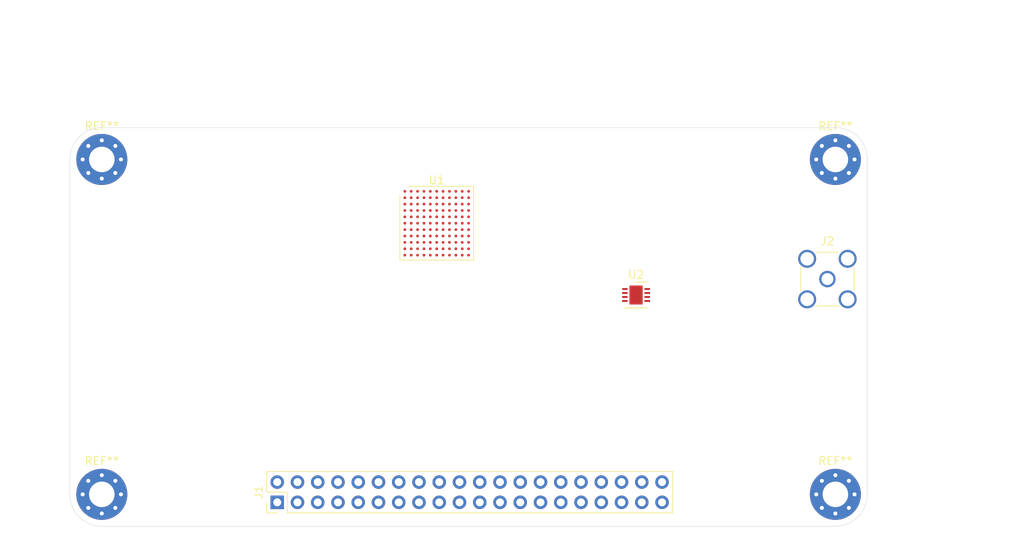
<source format=kicad_pcb>
(kicad_pcb (version 20171130) (host pcbnew 5.1.9+dfsg1-1)

  (general
    (thickness 1.6)
    (drawings 10)
    (tracks 0)
    (zones 0)
    (modules 8)
    (nets 160)
  )

  (page A4)
  (layers
    (0 F.Cu signal)
    (31 B.Cu signal)
    (32 B.Adhes user)
    (33 F.Adhes user)
    (34 B.Paste user)
    (35 F.Paste user)
    (36 B.SilkS user)
    (37 F.SilkS user)
    (38 B.Mask user)
    (39 F.Mask user)
    (40 Dwgs.User user)
    (41 Cmts.User user)
    (42 Eco1.User user)
    (43 Eco2.User user)
    (44 Edge.Cuts user)
    (45 Margin user)
    (46 B.CrtYd user)
    (47 F.CrtYd user)
    (48 B.Fab user)
    (49 F.Fab user)
  )

  (setup
    (last_trace_width 0.25)
    (trace_clearance 0.2)
    (zone_clearance 0.508)
    (zone_45_only no)
    (trace_min 0.2)
    (via_size 0.8)
    (via_drill 0.4)
    (via_min_size 0.4)
    (via_min_drill 0.3)
    (uvia_size 0.3)
    (uvia_drill 0.1)
    (uvias_allowed no)
    (uvia_min_size 0.2)
    (uvia_min_drill 0.1)
    (edge_width 0.05)
    (segment_width 0.2)
    (pcb_text_width 0.3)
    (pcb_text_size 1.5 1.5)
    (mod_edge_width 0.12)
    (mod_text_size 1 1)
    (mod_text_width 0.15)
    (pad_size 1.524 1.524)
    (pad_drill 0.762)
    (pad_to_mask_clearance 0)
    (aux_axis_origin 0 0)
    (visible_elements FFFFFF7F)
    (pcbplotparams
      (layerselection 0x010fc_ffffffff)
      (usegerberextensions false)
      (usegerberattributes true)
      (usegerberadvancedattributes true)
      (creategerberjobfile true)
      (excludeedgelayer true)
      (linewidth 0.100000)
      (plotframeref false)
      (viasonmask false)
      (mode 1)
      (useauxorigin false)
      (hpglpennumber 1)
      (hpglpenspeed 20)
      (hpglpendiameter 15.000000)
      (psnegative false)
      (psa4output false)
      (plotreference true)
      (plotvalue true)
      (plotinvisibletext false)
      (padsonsilk false)
      (subtractmaskfromsilk false)
      (outputformat 1)
      (mirror false)
      (drillshape 1)
      (scaleselection 1)
      (outputdirectory ""))
  )

  (net 0 "")
  (net 1 "Net-(J1-Pad40)")
  (net 2 "Net-(J1-Pad39)")
  (net 3 "Net-(J1-Pad38)")
  (net 4 "Net-(J1-Pad37)")
  (net 5 "Net-(J1-Pad36)")
  (net 6 "Net-(J1-Pad35)")
  (net 7 "Net-(J1-Pad34)")
  (net 8 "Net-(J1-Pad33)")
  (net 9 "Net-(J1-Pad32)")
  (net 10 "Net-(J1-Pad31)")
  (net 11 "Net-(J1-Pad30)")
  (net 12 "Net-(J1-Pad29)")
  (net 13 "Net-(J1-Pad28)")
  (net 14 "Net-(J1-Pad27)")
  (net 15 "Net-(J1-Pad26)")
  (net 16 "Net-(J1-Pad25)")
  (net 17 "Net-(J1-Pad24)")
  (net 18 "Net-(J1-Pad23)")
  (net 19 "Net-(J1-Pad22)")
  (net 20 "Net-(J1-Pad21)")
  (net 21 "Net-(J1-Pad20)")
  (net 22 "Net-(J1-Pad19)")
  (net 23 "Net-(J1-Pad18)")
  (net 24 "Net-(J1-Pad17)")
  (net 25 "Net-(J1-Pad16)")
  (net 26 "Net-(J1-Pad15)")
  (net 27 "Net-(J1-Pad14)")
  (net 28 "Net-(J1-Pad13)")
  (net 29 "Net-(J1-Pad12)")
  (net 30 "Net-(J1-Pad11)")
  (net 31 "Net-(J1-Pad10)")
  (net 32 "Net-(J1-Pad9)")
  (net 33 "Net-(J1-Pad8)")
  (net 34 "Net-(J1-Pad7)")
  (net 35 "Net-(J1-Pad6)")
  (net 36 "Net-(J1-Pad5)")
  (net 37 "Net-(J1-Pad4)")
  (net 38 "Net-(J1-Pad3)")
  (net 39 "Net-(J1-Pad2)")
  (net 40 "Net-(J1-Pad1)")
  (net 41 "Net-(J2-Pad2)")
  (net 42 "Net-(J2-Pad1)")
  (net 43 "Net-(U1-PadL11)")
  (net 44 "Net-(U1-PadK11)")
  (net 45 "Net-(U1-PadJ11)")
  (net 46 "Net-(U1-PadH11)")
  (net 47 "Net-(U1-PadG11)")
  (net 48 "Net-(U1-PadF11)")
  (net 49 "Net-(U1-PadE11)")
  (net 50 "Net-(U1-PadD11)")
  (net 51 "Net-(U1-PadC11)")
  (net 52 "Net-(U1-PadB11)")
  (net 53 "Net-(U1-PadA11)")
  (net 54 "Net-(U1-PadL10)")
  (net 55 "Net-(U1-PadK10)")
  (net 56 "Net-(U1-PadJ10)")
  (net 57 "Net-(U1-PadH10)")
  (net 58 "Net-(U1-PadG10)")
  (net 59 "Net-(U1-PadF10)")
  (net 60 "Net-(U1-PadE10)")
  (net 61 "Net-(U1-PadD10)")
  (net 62 "Net-(U1-PadC10)")
  (net 63 "Net-(U1-PadB10)")
  (net 64 "Net-(U1-PadA10)")
  (net 65 "Net-(U1-PadL9)")
  (net 66 "Net-(U1-PadK9)")
  (net 67 "Net-(U1-PadJ9)")
  (net 68 "Net-(U1-PadH9)")
  (net 69 "Net-(U1-PadG9)")
  (net 70 "Net-(U1-PadF9)")
  (net 71 "Net-(U1-PadE9)")
  (net 72 "Net-(U1-PadD9)")
  (net 73 "Net-(U1-PadC9)")
  (net 74 "Net-(U1-PadB9)")
  (net 75 "Net-(U1-PadA9)")
  (net 76 "Net-(U1-PadL8)")
  (net 77 "Net-(U1-PadK8)")
  (net 78 "Net-(U1-PadJ8)")
  (net 79 "Net-(U1-PadD4)")
  (net 80 "Net-(U1-PadG8)")
  (net 81 "Net-(U1-PadF8)")
  (net 82 "Net-(U1-PadE8)")
  (net 83 "Net-(U1-PadC8)")
  (net 84 "Net-(U1-PadB8)")
  (net 85 "Net-(U1-PadA8)")
  (net 86 "Net-(U1-PadL7)")
  (net 87 "Net-(U1-PadK7)")
  (net 88 "Net-(U1-PadJ7)")
  (net 89 "Net-(U1-PadH7)")
  (net 90 "Net-(U1-PadE5)")
  (net 91 "Net-(U1-PadD7)")
  (net 92 "Net-(U1-PadC7)")
  (net 93 "Net-(U1-PadB7)")
  (net 94 "Net-(U1-PadA7)")
  (net 95 "Net-(U1-PadL6)")
  (net 96 "Net-(U1-PadK6)")
  (net 97 "Net-(U1-PadJ6)")
  (net 98 "Net-(U1-PadH6)")
  (net 99 "Net-(U1-PadD6)")
  (net 100 "Net-(U1-PadC6)")
  (net 101 "Net-(U1-PadB6)")
  (net 102 "Net-(U1-PadA6)")
  (net 103 "Net-(U1-PadL5)")
  (net 104 "Net-(U1-PadK5)")
  (net 105 "Net-(U1-PadJ5)")
  (net 106 "Net-(U1-PadD5)")
  (net 107 "Net-(U1-PadC5)")
  (net 108 "Net-(U1-PadB5)")
  (net 109 "Net-(U1-PadA5)")
  (net 110 "Net-(U1-PadL4)")
  (net 111 "Net-(U1-PadK4)")
  (net 112 "Net-(U1-PadJ4)")
  (net 113 "Net-(U1-PadE4)")
  (net 114 "Net-(U1-PadF4)")
  (net 115 "Net-(U1-PadC4)")
  (net 116 "Net-(U1-PadB4)")
  (net 117 "Net-(U1-PadA4)")
  (net 118 "Net-(U1-PadL3)")
  (net 119 "Net-(U1-PadK3)")
  (net 120 "Net-(U1-PadJ3)")
  (net 121 "Net-(U1-PadH3)")
  (net 122 "Net-(U1-PadG3)")
  (net 123 "Net-(U1-PadF3)")
  (net 124 "Net-(U1-PadE3)")
  (net 125 "Net-(U1-PadD3)")
  (net 126 "Net-(U1-PadC3)")
  (net 127 "Net-(U1-PadB3)")
  (net 128 "Net-(U1-PadA3)")
  (net 129 "Net-(U1-PadL2)")
  (net 130 "Net-(U1-PadK2)")
  (net 131 "Net-(U1-PadJ2)")
  (net 132 "Net-(U1-PadH2)")
  (net 133 "Net-(U1-PadG2)")
  (net 134 "Net-(U1-PadF2)")
  (net 135 "Net-(U1-PadE2)")
  (net 136 "Net-(U1-PadD2)")
  (net 137 "Net-(U1-PadC2)")
  (net 138 "Net-(U1-PadB2)")
  (net 139 "Net-(U1-PadA2)")
  (net 140 "Net-(U1-PadL1)")
  (net 141 "Net-(U1-PadK1)")
  (net 142 "Net-(U1-PadJ1)")
  (net 143 "Net-(U1-PadH1)")
  (net 144 "Net-(U1-PadG1)")
  (net 145 "Net-(U1-PadF1)")
  (net 146 "Net-(U1-PadE1)")
  (net 147 "Net-(U1-PadD1)")
  (net 148 "Net-(U1-PadC1)")
  (net 149 "Net-(U1-PadB1)")
  (net 150 "Net-(U1-PadA1)")
  (net 151 "Net-(U2-Pad9)")
  (net 152 "Net-(U2-Pad8)")
  (net 153 "Net-(U2-Pad7)")
  (net 154 "Net-(U2-Pad6)")
  (net 155 "Net-(U2-Pad5)")
  (net 156 "Net-(U2-Pad4)")
  (net 157 "Net-(U2-Pad3)")
  (net 158 "Net-(U2-Pad2)")
  (net 159 "Net-(U2-Pad1)")

  (net_class Default "This is the default net class."
    (clearance 0.2)
    (trace_width 0.25)
    (via_dia 0.8)
    (via_drill 0.4)
    (uvia_dia 0.3)
    (uvia_drill 0.1)
    (add_net "Net-(J1-Pad1)")
    (add_net "Net-(J1-Pad10)")
    (add_net "Net-(J1-Pad11)")
    (add_net "Net-(J1-Pad12)")
    (add_net "Net-(J1-Pad13)")
    (add_net "Net-(J1-Pad14)")
    (add_net "Net-(J1-Pad15)")
    (add_net "Net-(J1-Pad16)")
    (add_net "Net-(J1-Pad17)")
    (add_net "Net-(J1-Pad18)")
    (add_net "Net-(J1-Pad19)")
    (add_net "Net-(J1-Pad2)")
    (add_net "Net-(J1-Pad20)")
    (add_net "Net-(J1-Pad21)")
    (add_net "Net-(J1-Pad22)")
    (add_net "Net-(J1-Pad23)")
    (add_net "Net-(J1-Pad24)")
    (add_net "Net-(J1-Pad25)")
    (add_net "Net-(J1-Pad26)")
    (add_net "Net-(J1-Pad27)")
    (add_net "Net-(J1-Pad28)")
    (add_net "Net-(J1-Pad29)")
    (add_net "Net-(J1-Pad3)")
    (add_net "Net-(J1-Pad30)")
    (add_net "Net-(J1-Pad31)")
    (add_net "Net-(J1-Pad32)")
    (add_net "Net-(J1-Pad33)")
    (add_net "Net-(J1-Pad34)")
    (add_net "Net-(J1-Pad35)")
    (add_net "Net-(J1-Pad36)")
    (add_net "Net-(J1-Pad37)")
    (add_net "Net-(J1-Pad38)")
    (add_net "Net-(J1-Pad39)")
    (add_net "Net-(J1-Pad4)")
    (add_net "Net-(J1-Pad40)")
    (add_net "Net-(J1-Pad5)")
    (add_net "Net-(J1-Pad6)")
    (add_net "Net-(J1-Pad7)")
    (add_net "Net-(J1-Pad8)")
    (add_net "Net-(J1-Pad9)")
    (add_net "Net-(J2-Pad1)")
    (add_net "Net-(J2-Pad2)")
    (add_net "Net-(U1-PadA1)")
    (add_net "Net-(U1-PadA10)")
    (add_net "Net-(U1-PadA11)")
    (add_net "Net-(U1-PadA2)")
    (add_net "Net-(U1-PadA3)")
    (add_net "Net-(U1-PadA4)")
    (add_net "Net-(U1-PadA5)")
    (add_net "Net-(U1-PadA6)")
    (add_net "Net-(U1-PadA7)")
    (add_net "Net-(U1-PadA8)")
    (add_net "Net-(U1-PadA9)")
    (add_net "Net-(U1-PadB1)")
    (add_net "Net-(U1-PadB10)")
    (add_net "Net-(U1-PadB11)")
    (add_net "Net-(U1-PadB2)")
    (add_net "Net-(U1-PadB3)")
    (add_net "Net-(U1-PadB4)")
    (add_net "Net-(U1-PadB5)")
    (add_net "Net-(U1-PadB6)")
    (add_net "Net-(U1-PadB7)")
    (add_net "Net-(U1-PadB8)")
    (add_net "Net-(U1-PadB9)")
    (add_net "Net-(U1-PadC1)")
    (add_net "Net-(U1-PadC10)")
    (add_net "Net-(U1-PadC11)")
    (add_net "Net-(U1-PadC2)")
    (add_net "Net-(U1-PadC3)")
    (add_net "Net-(U1-PadC4)")
    (add_net "Net-(U1-PadC5)")
    (add_net "Net-(U1-PadC6)")
    (add_net "Net-(U1-PadC7)")
    (add_net "Net-(U1-PadC8)")
    (add_net "Net-(U1-PadC9)")
    (add_net "Net-(U1-PadD1)")
    (add_net "Net-(U1-PadD10)")
    (add_net "Net-(U1-PadD11)")
    (add_net "Net-(U1-PadD2)")
    (add_net "Net-(U1-PadD3)")
    (add_net "Net-(U1-PadD4)")
    (add_net "Net-(U1-PadD5)")
    (add_net "Net-(U1-PadD6)")
    (add_net "Net-(U1-PadD7)")
    (add_net "Net-(U1-PadD9)")
    (add_net "Net-(U1-PadE1)")
    (add_net "Net-(U1-PadE10)")
    (add_net "Net-(U1-PadE11)")
    (add_net "Net-(U1-PadE2)")
    (add_net "Net-(U1-PadE3)")
    (add_net "Net-(U1-PadE4)")
    (add_net "Net-(U1-PadE5)")
    (add_net "Net-(U1-PadE8)")
    (add_net "Net-(U1-PadE9)")
    (add_net "Net-(U1-PadF1)")
    (add_net "Net-(U1-PadF10)")
    (add_net "Net-(U1-PadF11)")
    (add_net "Net-(U1-PadF2)")
    (add_net "Net-(U1-PadF3)")
    (add_net "Net-(U1-PadF4)")
    (add_net "Net-(U1-PadF8)")
    (add_net "Net-(U1-PadF9)")
    (add_net "Net-(U1-PadG1)")
    (add_net "Net-(U1-PadG10)")
    (add_net "Net-(U1-PadG11)")
    (add_net "Net-(U1-PadG2)")
    (add_net "Net-(U1-PadG3)")
    (add_net "Net-(U1-PadG8)")
    (add_net "Net-(U1-PadG9)")
    (add_net "Net-(U1-PadH1)")
    (add_net "Net-(U1-PadH10)")
    (add_net "Net-(U1-PadH11)")
    (add_net "Net-(U1-PadH2)")
    (add_net "Net-(U1-PadH3)")
    (add_net "Net-(U1-PadH6)")
    (add_net "Net-(U1-PadH7)")
    (add_net "Net-(U1-PadH9)")
    (add_net "Net-(U1-PadJ1)")
    (add_net "Net-(U1-PadJ10)")
    (add_net "Net-(U1-PadJ11)")
    (add_net "Net-(U1-PadJ2)")
    (add_net "Net-(U1-PadJ3)")
    (add_net "Net-(U1-PadJ4)")
    (add_net "Net-(U1-PadJ5)")
    (add_net "Net-(U1-PadJ6)")
    (add_net "Net-(U1-PadJ7)")
    (add_net "Net-(U1-PadJ8)")
    (add_net "Net-(U1-PadJ9)")
    (add_net "Net-(U1-PadK1)")
    (add_net "Net-(U1-PadK10)")
    (add_net "Net-(U1-PadK11)")
    (add_net "Net-(U1-PadK2)")
    (add_net "Net-(U1-PadK3)")
    (add_net "Net-(U1-PadK4)")
    (add_net "Net-(U1-PadK5)")
    (add_net "Net-(U1-PadK6)")
    (add_net "Net-(U1-PadK7)")
    (add_net "Net-(U1-PadK8)")
    (add_net "Net-(U1-PadK9)")
    (add_net "Net-(U1-PadL1)")
    (add_net "Net-(U1-PadL10)")
    (add_net "Net-(U1-PadL11)")
    (add_net "Net-(U1-PadL2)")
    (add_net "Net-(U1-PadL3)")
    (add_net "Net-(U1-PadL4)")
    (add_net "Net-(U1-PadL5)")
    (add_net "Net-(U1-PadL6)")
    (add_net "Net-(U1-PadL7)")
    (add_net "Net-(U1-PadL8)")
    (add_net "Net-(U1-PadL9)")
    (add_net "Net-(U2-Pad1)")
    (add_net "Net-(U2-Pad2)")
    (add_net "Net-(U2-Pad3)")
    (add_net "Net-(U2-Pad4)")
    (add_net "Net-(U2-Pad5)")
    (add_net "Net-(U2-Pad6)")
    (add_net "Net-(U2-Pad7)")
    (add_net "Net-(U2-Pad8)")
    (add_net "Net-(U2-Pad9)")
  )

  (module MountingHole:MountingHole_3.2mm_M3_Pad_Via (layer F.Cu) (tedit 56DDBCCA) (tstamp 61027E47)
    (at 186 64)
    (descr "Mounting Hole 3.2mm, M3")
    (tags "mounting hole 3.2mm m3")
    (attr virtual)
    (fp_text reference REF** (at 0 -4.2) (layer F.SilkS)
      (effects (font (size 1 1) (thickness 0.15)))
    )
    (fp_text value MountingHole_3.2mm_M3_Pad_Via (at 0 4.2) (layer F.Fab)
      (effects (font (size 1 1) (thickness 0.15)))
    )
    (fp_circle (center 0 0) (end 3.2 0) (layer Cmts.User) (width 0.15))
    (fp_circle (center 0 0) (end 3.45 0) (layer F.CrtYd) (width 0.05))
    (fp_text user %R (at 0.3 0) (layer F.Fab)
      (effects (font (size 1 1) (thickness 0.15)))
    )
    (pad 1 thru_hole circle (at 0 0) (size 6.4 6.4) (drill 3.2) (layers *.Cu *.Mask))
    (pad 1 thru_hole circle (at 2.4 0) (size 0.8 0.8) (drill 0.5) (layers *.Cu *.Mask))
    (pad 1 thru_hole circle (at 1.697056 1.697056) (size 0.8 0.8) (drill 0.5) (layers *.Cu *.Mask))
    (pad 1 thru_hole circle (at 0 2.4) (size 0.8 0.8) (drill 0.5) (layers *.Cu *.Mask))
    (pad 1 thru_hole circle (at -1.697056 1.697056) (size 0.8 0.8) (drill 0.5) (layers *.Cu *.Mask))
    (pad 1 thru_hole circle (at -2.4 0) (size 0.8 0.8) (drill 0.5) (layers *.Cu *.Mask))
    (pad 1 thru_hole circle (at -1.697056 -1.697056) (size 0.8 0.8) (drill 0.5) (layers *.Cu *.Mask))
    (pad 1 thru_hole circle (at 0 -2.4) (size 0.8 0.8) (drill 0.5) (layers *.Cu *.Mask))
    (pad 1 thru_hole circle (at 1.697056 -1.697056) (size 0.8 0.8) (drill 0.5) (layers *.Cu *.Mask))
  )

  (module MountingHole:MountingHole_3.2mm_M3_Pad_Via (layer F.Cu) (tedit 56DDBCCA) (tstamp 61027DE7)
    (at 186 106)
    (descr "Mounting Hole 3.2mm, M3")
    (tags "mounting hole 3.2mm m3")
    (attr virtual)
    (fp_text reference REF** (at 0 -4.2) (layer F.SilkS)
      (effects (font (size 1 1) (thickness 0.15)))
    )
    (fp_text value MountingHole_3.2mm_M3_Pad_Via (at 0 4.2) (layer F.Fab)
      (effects (font (size 1 1) (thickness 0.15)))
    )
    (fp_circle (center 0 0) (end 3.2 0) (layer Cmts.User) (width 0.15))
    (fp_circle (center 0 0) (end 3.45 0) (layer F.CrtYd) (width 0.05))
    (fp_text user %R (at 0.3 0) (layer F.Fab)
      (effects (font (size 1 1) (thickness 0.15)))
    )
    (pad 1 thru_hole circle (at 0 0) (size 6.4 6.4) (drill 3.2) (layers *.Cu *.Mask))
    (pad 1 thru_hole circle (at 2.4 0) (size 0.8 0.8) (drill 0.5) (layers *.Cu *.Mask))
    (pad 1 thru_hole circle (at 1.697056 1.697056) (size 0.8 0.8) (drill 0.5) (layers *.Cu *.Mask))
    (pad 1 thru_hole circle (at 0 2.4) (size 0.8 0.8) (drill 0.5) (layers *.Cu *.Mask))
    (pad 1 thru_hole circle (at -1.697056 1.697056) (size 0.8 0.8) (drill 0.5) (layers *.Cu *.Mask))
    (pad 1 thru_hole circle (at -2.4 0) (size 0.8 0.8) (drill 0.5) (layers *.Cu *.Mask))
    (pad 1 thru_hole circle (at -1.697056 -1.697056) (size 0.8 0.8) (drill 0.5) (layers *.Cu *.Mask))
    (pad 1 thru_hole circle (at 0 -2.4) (size 0.8 0.8) (drill 0.5) (layers *.Cu *.Mask))
    (pad 1 thru_hole circle (at 1.697056 -1.697056) (size 0.8 0.8) (drill 0.5) (layers *.Cu *.Mask))
  )

  (module MountingHole:MountingHole_3.2mm_M3_Pad_Via (layer F.Cu) (tedit 56DDBCCA) (tstamp 61027DE7)
    (at 94 106)
    (descr "Mounting Hole 3.2mm, M3")
    (tags "mounting hole 3.2mm m3")
    (attr virtual)
    (fp_text reference REF** (at 0 -4.2) (layer F.SilkS)
      (effects (font (size 1 1) (thickness 0.15)))
    )
    (fp_text value MountingHole_3.2mm_M3_Pad_Via (at 0 4.2) (layer F.Fab)
      (effects (font (size 1 1) (thickness 0.15)))
    )
    (fp_circle (center 0 0) (end 3.2 0) (layer Cmts.User) (width 0.15))
    (fp_circle (center 0 0) (end 3.45 0) (layer F.CrtYd) (width 0.05))
    (fp_text user %R (at 0.3 0) (layer F.Fab)
      (effects (font (size 1 1) (thickness 0.15)))
    )
    (pad 1 thru_hole circle (at 0 0) (size 6.4 6.4) (drill 3.2) (layers *.Cu *.Mask))
    (pad 1 thru_hole circle (at 2.4 0) (size 0.8 0.8) (drill 0.5) (layers *.Cu *.Mask))
    (pad 1 thru_hole circle (at 1.697056 1.697056) (size 0.8 0.8) (drill 0.5) (layers *.Cu *.Mask))
    (pad 1 thru_hole circle (at 0 2.4) (size 0.8 0.8) (drill 0.5) (layers *.Cu *.Mask))
    (pad 1 thru_hole circle (at -1.697056 1.697056) (size 0.8 0.8) (drill 0.5) (layers *.Cu *.Mask))
    (pad 1 thru_hole circle (at -2.4 0) (size 0.8 0.8) (drill 0.5) (layers *.Cu *.Mask))
    (pad 1 thru_hole circle (at -1.697056 -1.697056) (size 0.8 0.8) (drill 0.5) (layers *.Cu *.Mask))
    (pad 1 thru_hole circle (at 0 -2.4) (size 0.8 0.8) (drill 0.5) (layers *.Cu *.Mask))
    (pad 1 thru_hole circle (at 1.697056 -1.697056) (size 0.8 0.8) (drill 0.5) (layers *.Cu *.Mask))
  )

  (module MountingHole:MountingHole_3.2mm_M3_Pad_Via (layer F.Cu) (tedit 56DDBCCA) (tstamp 61027DE6)
    (at 94 64)
    (descr "Mounting Hole 3.2mm, M3")
    (tags "mounting hole 3.2mm m3")
    (attr virtual)
    (fp_text reference REF** (at 0 -4.2) (layer F.SilkS)
      (effects (font (size 1 1) (thickness 0.15)))
    )
    (fp_text value MountingHole_3.2mm_M3_Pad_Via (at 0 4.2) (layer F.Fab)
      (effects (font (size 1 1) (thickness 0.15)))
    )
    (fp_text user %R (at 0.3 0) (layer F.Fab)
      (effects (font (size 1 1) (thickness 0.15)))
    )
    (fp_circle (center 0 0) (end 3.2 0) (layer Cmts.User) (width 0.15))
    (fp_circle (center 0 0) (end 3.45 0) (layer F.CrtYd) (width 0.05))
    (pad 1 thru_hole circle (at 1.697056 -1.697056) (size 0.8 0.8) (drill 0.5) (layers *.Cu *.Mask))
    (pad 1 thru_hole circle (at 0 -2.4) (size 0.8 0.8) (drill 0.5) (layers *.Cu *.Mask))
    (pad 1 thru_hole circle (at -1.697056 -1.697056) (size 0.8 0.8) (drill 0.5) (layers *.Cu *.Mask))
    (pad 1 thru_hole circle (at -2.4 0) (size 0.8 0.8) (drill 0.5) (layers *.Cu *.Mask))
    (pad 1 thru_hole circle (at -1.697056 1.697056) (size 0.8 0.8) (drill 0.5) (layers *.Cu *.Mask))
    (pad 1 thru_hole circle (at 0 2.4) (size 0.8 0.8) (drill 0.5) (layers *.Cu *.Mask))
    (pad 1 thru_hole circle (at 1.697056 1.697056) (size 0.8 0.8) (drill 0.5) (layers *.Cu *.Mask))
    (pad 1 thru_hole circle (at 2.4 0) (size 0.8 0.8) (drill 0.5) (layers *.Cu *.Mask))
    (pad 1 thru_hole circle (at 0 0) (size 6.4 6.4) (drill 3.2) (layers *.Cu *.Mask))
  )

  (module Package_DFN_QFN:DFN-8-1EP_3x3mm_P0.5mm_EP1.66x2.38mm (layer F.Cu) (tedit 5EA4BDD8) (tstamp 60C2789D)
    (at 161 81)
    (descr "DD Package; 8-Lead Plastic DFN (3mm x 3mm) (see Linear Technology DFN_8_05-08-1698.pdf)")
    (tags "DFN 0.5")
    (path /60D29E61)
    (attr smd)
    (fp_text reference U2 (at 0 -2.55) (layer F.SilkS)
      (effects (font (size 1 1) (thickness 0.15)))
    )
    (fp_text value LT3080xDD (at 0 2.55) (layer F.Fab)
      (effects (font (size 1 1) (thickness 0.15)))
    )
    (fp_line (start 0 -1.625) (end 1.5 -1.625) (layer F.SilkS) (width 0.15))
    (fp_line (start -1.5 1.625) (end 1.5 1.625) (layer F.SilkS) (width 0.15))
    (fp_line (start -2 1.8) (end 2 1.8) (layer F.CrtYd) (width 0.05))
    (fp_line (start -2 -1.8) (end 2 -1.8) (layer F.CrtYd) (width 0.05))
    (fp_line (start 2 -1.8) (end 2 1.8) (layer F.CrtYd) (width 0.05))
    (fp_line (start -2 -1.8) (end -2 1.8) (layer F.CrtYd) (width 0.05))
    (fp_line (start -1.5 -0.5) (end -0.5 -1.5) (layer F.Fab) (width 0.15))
    (fp_line (start -1.5 1.5) (end -1.5 -0.5) (layer F.Fab) (width 0.15))
    (fp_line (start 1.5 1.5) (end -1.5 1.5) (layer F.Fab) (width 0.15))
    (fp_line (start 1.5 -1.5) (end 1.5 1.5) (layer F.Fab) (width 0.15))
    (fp_line (start -0.5 -1.5) (end 1.5 -1.5) (layer F.Fab) (width 0.15))
    (fp_text user %R (at 0 0) (layer F.Fab)
      (effects (font (size 0.7 0.7) (thickness 0.105)))
    )
    (pad "" smd rect (at -0.415 -0.595) (size 0.64 1) (layers F.Paste))
    (pad "" smd rect (at 0.415 -0.595) (size 0.64 1) (layers F.Paste))
    (pad "" smd rect (at -0.415 0.595) (size 0.64 1) (layers F.Paste))
    (pad 9 smd rect (at 0 0) (size 1.66 2.38) (layers F.Cu F.Mask)
      (net 151 "Net-(U2-Pad9)"))
    (pad "" smd rect (at 0.415 0.595) (size 0.64 1) (layers F.Paste))
    (pad 8 smd rect (at 1.4 -0.75) (size 0.7 0.25) (layers F.Cu F.Paste F.Mask)
      (net 152 "Net-(U2-Pad8)"))
    (pad 7 smd rect (at 1.4 -0.25) (size 0.7 0.25) (layers F.Cu F.Paste F.Mask)
      (net 153 "Net-(U2-Pad7)"))
    (pad 6 smd rect (at 1.4 0.25) (size 0.7 0.25) (layers F.Cu F.Paste F.Mask)
      (net 154 "Net-(U2-Pad6)"))
    (pad 5 smd rect (at 1.4 0.75) (size 0.7 0.25) (layers F.Cu F.Paste F.Mask)
      (net 155 "Net-(U2-Pad5)"))
    (pad 4 smd rect (at -1.4 0.75) (size 0.7 0.25) (layers F.Cu F.Paste F.Mask)
      (net 156 "Net-(U2-Pad4)"))
    (pad 3 smd rect (at -1.4 0.25) (size 0.7 0.25) (layers F.Cu F.Paste F.Mask)
      (net 157 "Net-(U2-Pad3)"))
    (pad 2 smd rect (at -1.4 -0.25) (size 0.7 0.25) (layers F.Cu F.Paste F.Mask)
      (net 158 "Net-(U2-Pad2)"))
    (pad 1 smd rect (at -1.4 -0.75) (size 0.7 0.25) (layers F.Cu F.Paste F.Mask)
      (net 159 "Net-(U2-Pad1)"))
    (model ${KISYS3DMOD}/Package_DFN_QFN.3dshapes/DFN-8-1EP_3x3mm_P0.5mm_EP1.66x2.38mm.wrl
      (at (xyz 0 0 0))
      (scale (xyz 1 1 1))
      (rotate (xyz 0 0 0))
    )
  )

  (module Package_BGA:BGA-121_9.0x9.0mm_Layout11x11_P0.8mm_Ball0.4mm_Pad0.35mm_NSMD (layer F.Cu) (tedit 5B945AF6) (tstamp 60C248DE)
    (at 136 72)
    (descr "121-ball, 0.8mm BGA (based on http://www.latticesemi.com/view_document?document_id=213)")
    (tags "BGA 0.8mm 9mm 121")
    (path /60A3C7C5)
    (solder_mask_margin 0.075)
    (attr smd)
    (fp_text reference U1 (at 0 -5.4) (layer F.SilkS)
      (effects (font (size 1 1) (thickness 0.15)))
    )
    (fp_text value ICE40HX8K-BG121 (at 0 5.4) (layer F.Fab)
      (effects (font (size 1 1) (thickness 0.15)))
    )
    (fp_line (start -3.525 -4.625) (end 4.625 -4.625) (layer F.SilkS) (width 0.12))
    (fp_line (start 4.625 -4.625) (end 4.625 4.625) (layer F.SilkS) (width 0.12))
    (fp_line (start -4.625 4.625) (end 4.625 4.625) (layer F.SilkS) (width 0.12))
    (fp_line (start -4.625 -3.525) (end -4.625 4.625) (layer F.SilkS) (width 0.12))
    (fp_line (start 5.5 5.5) (end -5.5 5.5) (layer F.CrtYd) (width 0.05))
    (fp_line (start 5.5 -5.5) (end 5.5 5.5) (layer F.CrtYd) (width 0.05))
    (fp_line (start -5.5 -5.5) (end 5.5 -5.5) (layer F.CrtYd) (width 0.05))
    (fp_line (start -5.5 -5.5) (end -5.5 5.5) (layer F.CrtYd) (width 0.05))
    (fp_line (start -3.5 -4.5) (end -4.5 -3.5) (layer F.Fab) (width 0.1))
    (fp_line (start 4.5 4.5) (end 4.5 -4.5) (layer F.Fab) (width 0.1))
    (fp_line (start -4.5 4.5) (end 4.5 4.5) (layer F.Fab) (width 0.1))
    (fp_line (start -3.5 -4.5) (end 4.5 -4.5) (layer F.Fab) (width 0.1))
    (fp_line (start -4.5 -3.5) (end -4.5 4.5) (layer F.Fab) (width 0.1))
    (fp_text user %R (at 0 0) (layer F.Fab)
      (effects (font (size 1 1) (thickness 0.15)))
    )
    (pad L11 smd circle (at 4 4) (size 0.35 0.35) (layers F.Cu F.Paste F.Mask)
      (net 43 "Net-(U1-PadL11)"))
    (pad K11 smd circle (at 4 3.2) (size 0.35 0.35) (layers F.Cu F.Paste F.Mask)
      (net 44 "Net-(U1-PadK11)"))
    (pad J11 smd circle (at 4 2.4) (size 0.35 0.35) (layers F.Cu F.Paste F.Mask)
      (net 45 "Net-(U1-PadJ11)"))
    (pad H11 smd circle (at 4 1.6) (size 0.35 0.35) (layers F.Cu F.Paste F.Mask)
      (net 46 "Net-(U1-PadH11)"))
    (pad G11 smd circle (at 4 0.8) (size 0.35 0.35) (layers F.Cu F.Paste F.Mask)
      (net 47 "Net-(U1-PadG11)"))
    (pad F11 smd circle (at 4 0) (size 0.35 0.35) (layers F.Cu F.Paste F.Mask)
      (net 48 "Net-(U1-PadF11)"))
    (pad E11 smd circle (at 4 -0.8) (size 0.35 0.35) (layers F.Cu F.Paste F.Mask)
      (net 49 "Net-(U1-PadE11)"))
    (pad D11 smd circle (at 4 -1.6) (size 0.35 0.35) (layers F.Cu F.Paste F.Mask)
      (net 50 "Net-(U1-PadD11)"))
    (pad C11 smd circle (at 4 -2.4) (size 0.35 0.35) (layers F.Cu F.Paste F.Mask)
      (net 51 "Net-(U1-PadC11)"))
    (pad B11 smd circle (at 4 -3.2) (size 0.35 0.35) (layers F.Cu F.Paste F.Mask)
      (net 52 "Net-(U1-PadB11)"))
    (pad A11 smd circle (at 4 -4) (size 0.35 0.35) (layers F.Cu F.Paste F.Mask)
      (net 53 "Net-(U1-PadA11)"))
    (pad L10 smd circle (at 3.2 4) (size 0.35 0.35) (layers F.Cu F.Paste F.Mask)
      (net 54 "Net-(U1-PadL10)"))
    (pad K10 smd circle (at 3.2 3.2) (size 0.35 0.35) (layers F.Cu F.Paste F.Mask)
      (net 55 "Net-(U1-PadK10)"))
    (pad J10 smd circle (at 3.2 2.4) (size 0.35 0.35) (layers F.Cu F.Paste F.Mask)
      (net 56 "Net-(U1-PadJ10)"))
    (pad H10 smd circle (at 3.2 1.6) (size 0.35 0.35) (layers F.Cu F.Paste F.Mask)
      (net 57 "Net-(U1-PadH10)"))
    (pad G10 smd circle (at 3.2 0.8) (size 0.35 0.35) (layers F.Cu F.Paste F.Mask)
      (net 58 "Net-(U1-PadG10)"))
    (pad F10 smd circle (at 3.2 0) (size 0.35 0.35) (layers F.Cu F.Paste F.Mask)
      (net 59 "Net-(U1-PadF10)"))
    (pad E10 smd circle (at 3.2 -0.8) (size 0.35 0.35) (layers F.Cu F.Paste F.Mask)
      (net 60 "Net-(U1-PadE10)"))
    (pad D10 smd circle (at 3.2 -1.6) (size 0.35 0.35) (layers F.Cu F.Paste F.Mask)
      (net 61 "Net-(U1-PadD10)"))
    (pad C10 smd circle (at 3.2 -2.4) (size 0.35 0.35) (layers F.Cu F.Paste F.Mask)
      (net 62 "Net-(U1-PadC10)"))
    (pad B10 smd circle (at 3.2 -3.2) (size 0.35 0.35) (layers F.Cu F.Paste F.Mask)
      (net 63 "Net-(U1-PadB10)"))
    (pad A10 smd circle (at 3.2 -4) (size 0.35 0.35) (layers F.Cu F.Paste F.Mask)
      (net 64 "Net-(U1-PadA10)"))
    (pad L9 smd circle (at 2.4 4) (size 0.35 0.35) (layers F.Cu F.Paste F.Mask)
      (net 65 "Net-(U1-PadL9)"))
    (pad K9 smd circle (at 2.4 3.2) (size 0.35 0.35) (layers F.Cu F.Paste F.Mask)
      (net 66 "Net-(U1-PadK9)"))
    (pad J9 smd circle (at 2.4 2.4) (size 0.35 0.35) (layers F.Cu F.Paste F.Mask)
      (net 67 "Net-(U1-PadJ9)"))
    (pad H9 smd circle (at 2.4 1.6) (size 0.35 0.35) (layers F.Cu F.Paste F.Mask)
      (net 68 "Net-(U1-PadH9)"))
    (pad G9 smd circle (at 2.4 0.8) (size 0.35 0.35) (layers F.Cu F.Paste F.Mask)
      (net 69 "Net-(U1-PadG9)"))
    (pad F9 smd circle (at 2.4 0) (size 0.35 0.35) (layers F.Cu F.Paste F.Mask)
      (net 70 "Net-(U1-PadF9)"))
    (pad E9 smd circle (at 2.4 -0.8) (size 0.35 0.35) (layers F.Cu F.Paste F.Mask)
      (net 71 "Net-(U1-PadE9)"))
    (pad D9 smd circle (at 2.4 -1.6) (size 0.35 0.35) (layers F.Cu F.Paste F.Mask)
      (net 72 "Net-(U1-PadD9)"))
    (pad C9 smd circle (at 2.4 -2.4) (size 0.35 0.35) (layers F.Cu F.Paste F.Mask)
      (net 73 "Net-(U1-PadC9)"))
    (pad B9 smd circle (at 2.4 -3.2) (size 0.35 0.35) (layers F.Cu F.Paste F.Mask)
      (net 74 "Net-(U1-PadB9)"))
    (pad A9 smd circle (at 2.4 -4) (size 0.35 0.35) (layers F.Cu F.Paste F.Mask)
      (net 75 "Net-(U1-PadA9)"))
    (pad L8 smd circle (at 1.6 4) (size 0.35 0.35) (layers F.Cu F.Paste F.Mask)
      (net 76 "Net-(U1-PadL8)"))
    (pad K8 smd circle (at 1.6 3.2) (size 0.35 0.35) (layers F.Cu F.Paste F.Mask)
      (net 77 "Net-(U1-PadK8)"))
    (pad J8 smd circle (at 1.6 2.4) (size 0.35 0.35) (layers F.Cu F.Paste F.Mask)
      (net 78 "Net-(U1-PadJ8)"))
    (pad H8 smd circle (at 1.6 1.6) (size 0.35 0.35) (layers F.Cu F.Paste F.Mask)
      (net 79 "Net-(U1-PadD4)"))
    (pad G8 smd circle (at 1.6 0.8) (size 0.35 0.35) (layers F.Cu F.Paste F.Mask)
      (net 80 "Net-(U1-PadG8)"))
    (pad F8 smd circle (at 1.6 0) (size 0.35 0.35) (layers F.Cu F.Paste F.Mask)
      (net 81 "Net-(U1-PadF8)"))
    (pad E8 smd circle (at 1.6 -0.8) (size 0.35 0.35) (layers F.Cu F.Paste F.Mask)
      (net 82 "Net-(U1-PadE8)"))
    (pad D8 smd circle (at 1.6 -1.6) (size 0.35 0.35) (layers F.Cu F.Paste F.Mask)
      (net 79 "Net-(U1-PadD4)"))
    (pad C8 smd circle (at 1.6 -2.4) (size 0.35 0.35) (layers F.Cu F.Paste F.Mask)
      (net 83 "Net-(U1-PadC8)"))
    (pad B8 smd circle (at 1.6 -3.2) (size 0.35 0.35) (layers F.Cu F.Paste F.Mask)
      (net 84 "Net-(U1-PadB8)"))
    (pad A8 smd circle (at 1.6 -4) (size 0.35 0.35) (layers F.Cu F.Paste F.Mask)
      (net 85 "Net-(U1-PadA8)"))
    (pad L7 smd circle (at 0.8 4) (size 0.35 0.35) (layers F.Cu F.Paste F.Mask)
      (net 86 "Net-(U1-PadL7)"))
    (pad K7 smd circle (at 0.8 3.2) (size 0.35 0.35) (layers F.Cu F.Paste F.Mask)
      (net 87 "Net-(U1-PadK7)"))
    (pad J7 smd circle (at 0.8 2.4) (size 0.35 0.35) (layers F.Cu F.Paste F.Mask)
      (net 88 "Net-(U1-PadJ7)"))
    (pad H7 smd circle (at 0.8 1.6) (size 0.35 0.35) (layers F.Cu F.Paste F.Mask)
      (net 89 "Net-(U1-PadH7)"))
    (pad G7 smd circle (at 0.8 0.8) (size 0.35 0.35) (layers F.Cu F.Paste F.Mask)
      (net 90 "Net-(U1-PadE5)"))
    (pad F7 smd circle (at 0.8 0) (size 0.35 0.35) (layers F.Cu F.Paste F.Mask)
      (net 90 "Net-(U1-PadE5)"))
    (pad E7 smd circle (at 0.8 -0.8) (size 0.35 0.35) (layers F.Cu F.Paste F.Mask)
      (net 90 "Net-(U1-PadE5)"))
    (pad D7 smd circle (at 0.8 -1.6) (size 0.35 0.35) (layers F.Cu F.Paste F.Mask)
      (net 91 "Net-(U1-PadD7)"))
    (pad C7 smd circle (at 0.8 -2.4) (size 0.35 0.35) (layers F.Cu F.Paste F.Mask)
      (net 92 "Net-(U1-PadC7)"))
    (pad B7 smd circle (at 0.8 -3.2) (size 0.35 0.35) (layers F.Cu F.Paste F.Mask)
      (net 93 "Net-(U1-PadB7)"))
    (pad A7 smd circle (at 0.8 -4) (size 0.35 0.35) (layers F.Cu F.Paste F.Mask)
      (net 94 "Net-(U1-PadA7)"))
    (pad L6 smd circle (at 0 4) (size 0.35 0.35) (layers F.Cu F.Paste F.Mask)
      (net 95 "Net-(U1-PadL6)"))
    (pad K6 smd circle (at 0 3.2) (size 0.35 0.35) (layers F.Cu F.Paste F.Mask)
      (net 96 "Net-(U1-PadK6)"))
    (pad J6 smd circle (at 0 2.4) (size 0.35 0.35) (layers F.Cu F.Paste F.Mask)
      (net 97 "Net-(U1-PadJ6)"))
    (pad H6 smd circle (at 0 1.6) (size 0.35 0.35) (layers F.Cu F.Paste F.Mask)
      (net 98 "Net-(U1-PadH6)"))
    (pad G6 smd circle (at 0 0.8) (size 0.35 0.35) (layers F.Cu F.Paste F.Mask)
      (net 90 "Net-(U1-PadE5)"))
    (pad F6 smd circle (at 0 0) (size 0.35 0.35) (layers F.Cu F.Paste F.Mask)
      (net 90 "Net-(U1-PadE5)"))
    (pad E6 smd circle (at 0 -0.8) (size 0.35 0.35) (layers F.Cu F.Paste F.Mask)
      (net 90 "Net-(U1-PadE5)"))
    (pad D6 smd circle (at 0 -1.6) (size 0.35 0.35) (layers F.Cu F.Paste F.Mask)
      (net 99 "Net-(U1-PadD6)"))
    (pad C6 smd circle (at 0 -2.4) (size 0.35 0.35) (layers F.Cu F.Paste F.Mask)
      (net 100 "Net-(U1-PadC6)"))
    (pad B6 smd circle (at 0 -3.2) (size 0.35 0.35) (layers F.Cu F.Paste F.Mask)
      (net 101 "Net-(U1-PadB6)"))
    (pad A6 smd circle (at 0 -4) (size 0.35 0.35) (layers F.Cu F.Paste F.Mask)
      (net 102 "Net-(U1-PadA6)"))
    (pad L5 smd circle (at -0.8 4) (size 0.35 0.35) (layers F.Cu F.Paste F.Mask)
      (net 103 "Net-(U1-PadL5)"))
    (pad K5 smd circle (at -0.8 3.2) (size 0.35 0.35) (layers F.Cu F.Paste F.Mask)
      (net 104 "Net-(U1-PadK5)"))
    (pad J5 smd circle (at -0.8 2.4) (size 0.35 0.35) (layers F.Cu F.Paste F.Mask)
      (net 105 "Net-(U1-PadJ5)"))
    (pad H5 smd circle (at -0.8 1.6) (size 0.35 0.35) (layers F.Cu F.Paste F.Mask)
      (net 90 "Net-(U1-PadE5)"))
    (pad G5 smd circle (at -0.8 0.8) (size 0.35 0.35) (layers F.Cu F.Paste F.Mask)
      (net 90 "Net-(U1-PadE5)"))
    (pad F5 smd circle (at -0.8 0) (size 0.35 0.35) (layers F.Cu F.Paste F.Mask)
      (net 90 "Net-(U1-PadE5)"))
    (pad E5 smd circle (at -0.8 -0.8) (size 0.35 0.35) (layers F.Cu F.Paste F.Mask)
      (net 90 "Net-(U1-PadE5)"))
    (pad D5 smd circle (at -0.8 -1.6) (size 0.35 0.35) (layers F.Cu F.Paste F.Mask)
      (net 106 "Net-(U1-PadD5)"))
    (pad C5 smd circle (at -0.8 -2.4) (size 0.35 0.35) (layers F.Cu F.Paste F.Mask)
      (net 107 "Net-(U1-PadC5)"))
    (pad B5 smd circle (at -0.8 -3.2) (size 0.35 0.35) (layers F.Cu F.Paste F.Mask)
      (net 108 "Net-(U1-PadB5)"))
    (pad A5 smd circle (at -0.8 -4) (size 0.35 0.35) (layers F.Cu F.Paste F.Mask)
      (net 109 "Net-(U1-PadA5)"))
    (pad L4 smd circle (at -1.6 4) (size 0.35 0.35) (layers F.Cu F.Paste F.Mask)
      (net 110 "Net-(U1-PadL4)"))
    (pad K4 smd circle (at -1.6 3.2) (size 0.35 0.35) (layers F.Cu F.Paste F.Mask)
      (net 111 "Net-(U1-PadK4)"))
    (pad J4 smd circle (at -1.6 2.4) (size 0.35 0.35) (layers F.Cu F.Paste F.Mask)
      (net 112 "Net-(U1-PadJ4)"))
    (pad H4 smd circle (at -1.6 1.6) (size 0.35 0.35) (layers F.Cu F.Paste F.Mask)
      (net 79 "Net-(U1-PadD4)"))
    (pad G4 smd circle (at -1.6 0.8) (size 0.35 0.35) (layers F.Cu F.Paste F.Mask)
      (net 113 "Net-(U1-PadE4)"))
    (pad F4 smd circle (at -1.6 0) (size 0.35 0.35) (layers F.Cu F.Paste F.Mask)
      (net 114 "Net-(U1-PadF4)"))
    (pad E4 smd circle (at -1.6 -0.8) (size 0.35 0.35) (layers F.Cu F.Paste F.Mask)
      (net 113 "Net-(U1-PadE4)"))
    (pad D4 smd circle (at -1.6 -1.6) (size 0.35 0.35) (layers F.Cu F.Paste F.Mask)
      (net 79 "Net-(U1-PadD4)"))
    (pad C4 smd circle (at -1.6 -2.4) (size 0.35 0.35) (layers F.Cu F.Paste F.Mask)
      (net 115 "Net-(U1-PadC4)"))
    (pad B4 smd circle (at -1.6 -3.2) (size 0.35 0.35) (layers F.Cu F.Paste F.Mask)
      (net 116 "Net-(U1-PadB4)"))
    (pad A4 smd circle (at -1.6 -4) (size 0.35 0.35) (layers F.Cu F.Paste F.Mask)
      (net 117 "Net-(U1-PadA4)"))
    (pad L3 smd circle (at -2.4 4) (size 0.35 0.35) (layers F.Cu F.Paste F.Mask)
      (net 118 "Net-(U1-PadL3)"))
    (pad K3 smd circle (at -2.4 3.2) (size 0.35 0.35) (layers F.Cu F.Paste F.Mask)
      (net 119 "Net-(U1-PadK3)"))
    (pad J3 smd circle (at -2.4 2.4) (size 0.35 0.35) (layers F.Cu F.Paste F.Mask)
      (net 120 "Net-(U1-PadJ3)"))
    (pad H3 smd circle (at -2.4 1.6) (size 0.35 0.35) (layers F.Cu F.Paste F.Mask)
      (net 121 "Net-(U1-PadH3)"))
    (pad G3 smd circle (at -2.4 0.8) (size 0.35 0.35) (layers F.Cu F.Paste F.Mask)
      (net 122 "Net-(U1-PadG3)"))
    (pad F3 smd circle (at -2.4 0) (size 0.35 0.35) (layers F.Cu F.Paste F.Mask)
      (net 123 "Net-(U1-PadF3)"))
    (pad E3 smd circle (at -2.4 -0.8) (size 0.35 0.35) (layers F.Cu F.Paste F.Mask)
      (net 124 "Net-(U1-PadE3)"))
    (pad D3 smd circle (at -2.4 -1.6) (size 0.35 0.35) (layers F.Cu F.Paste F.Mask)
      (net 125 "Net-(U1-PadD3)"))
    (pad C3 smd circle (at -2.4 -2.4) (size 0.35 0.35) (layers F.Cu F.Paste F.Mask)
      (net 126 "Net-(U1-PadC3)"))
    (pad B3 smd circle (at -2.4 -3.2) (size 0.35 0.35) (layers F.Cu F.Paste F.Mask)
      (net 127 "Net-(U1-PadB3)"))
    (pad A3 smd circle (at -2.4 -4) (size 0.35 0.35) (layers F.Cu F.Paste F.Mask)
      (net 128 "Net-(U1-PadA3)"))
    (pad L2 smd circle (at -3.2 4) (size 0.35 0.35) (layers F.Cu F.Paste F.Mask)
      (net 129 "Net-(U1-PadL2)"))
    (pad K2 smd circle (at -3.2 3.2) (size 0.35 0.35) (layers F.Cu F.Paste F.Mask)
      (net 130 "Net-(U1-PadK2)"))
    (pad J2 smd circle (at -3.2 2.4) (size 0.35 0.35) (layers F.Cu F.Paste F.Mask)
      (net 131 "Net-(U1-PadJ2)"))
    (pad H2 smd circle (at -3.2 1.6) (size 0.35 0.35) (layers F.Cu F.Paste F.Mask)
      (net 132 "Net-(U1-PadH2)"))
    (pad G2 smd circle (at -3.2 0.8) (size 0.35 0.35) (layers F.Cu F.Paste F.Mask)
      (net 133 "Net-(U1-PadG2)"))
    (pad F2 smd circle (at -3.2 0) (size 0.35 0.35) (layers F.Cu F.Paste F.Mask)
      (net 134 "Net-(U1-PadF2)"))
    (pad E2 smd circle (at -3.2 -0.8) (size 0.35 0.35) (layers F.Cu F.Paste F.Mask)
      (net 135 "Net-(U1-PadE2)"))
    (pad D2 smd circle (at -3.2 -1.6) (size 0.35 0.35) (layers F.Cu F.Paste F.Mask)
      (net 136 "Net-(U1-PadD2)"))
    (pad C2 smd circle (at -3.2 -2.4) (size 0.35 0.35) (layers F.Cu F.Paste F.Mask)
      (net 137 "Net-(U1-PadC2)"))
    (pad B2 smd circle (at -3.2 -3.2) (size 0.35 0.35) (layers F.Cu F.Paste F.Mask)
      (net 138 "Net-(U1-PadB2)"))
    (pad A2 smd circle (at -3.2 -4) (size 0.35 0.35) (layers F.Cu F.Paste F.Mask)
      (net 139 "Net-(U1-PadA2)"))
    (pad L1 smd circle (at -4 4) (size 0.35 0.35) (layers F.Cu F.Paste F.Mask)
      (net 140 "Net-(U1-PadL1)"))
    (pad K1 smd circle (at -4 3.2) (size 0.35 0.35) (layers F.Cu F.Paste F.Mask)
      (net 141 "Net-(U1-PadK1)"))
    (pad J1 smd circle (at -4 2.4) (size 0.35 0.35) (layers F.Cu F.Paste F.Mask)
      (net 142 "Net-(U1-PadJ1)"))
    (pad H1 smd circle (at -4 1.6) (size 0.35 0.35) (layers F.Cu F.Paste F.Mask)
      (net 143 "Net-(U1-PadH1)"))
    (pad G1 smd circle (at -4 0.8) (size 0.35 0.35) (layers F.Cu F.Paste F.Mask)
      (net 144 "Net-(U1-PadG1)"))
    (pad F1 smd circle (at -4 0) (size 0.35 0.35) (layers F.Cu F.Paste F.Mask)
      (net 145 "Net-(U1-PadF1)"))
    (pad E1 smd circle (at -4 -0.8) (size 0.35 0.35) (layers F.Cu F.Paste F.Mask)
      (net 146 "Net-(U1-PadE1)"))
    (pad D1 smd circle (at -4 -1.6) (size 0.35 0.35) (layers F.Cu F.Paste F.Mask)
      (net 147 "Net-(U1-PadD1)"))
    (pad C1 smd circle (at -4 -2.4) (size 0.35 0.35) (layers F.Cu F.Paste F.Mask)
      (net 148 "Net-(U1-PadC1)"))
    (pad B1 smd circle (at -4 -3.2) (size 0.35 0.35) (layers F.Cu F.Paste F.Mask)
      (net 149 "Net-(U1-PadB1)"))
    (pad A1 smd circle (at -4 -4) (size 0.35 0.35) (layers F.Cu F.Paste F.Mask)
      (net 150 "Net-(U1-PadA1)"))
    (model ${KISYS3DMOD}/Package_BGA.3dshapes/BGA-121_9.0x9.0mm_Layout11x11_P0.8mm.wrl
      (at (xyz 0 0 0))
      (scale (xyz 1 1 1))
      (rotate (xyz 0 0 0))
    )
  )

  (module Connector_Coaxial:SMA_Amphenol_132134-11_Vertical (layer F.Cu) (tedit 5B2F4C93) (tstamp 61027EA8)
    (at 185 79)
    (descr https://www.amphenolrf.com/downloads/dl/file/id/3406/product/2975/132134_11_customer_drawing.pdf)
    (tags "SMA THT Female Jack Vertical ExtendedLegs")
    (path /60D1C301)
    (fp_text reference J2 (at 0 -4.75) (layer F.SilkS)
      (effects (font (size 1 1) (thickness 0.15)))
    )
    (fp_text value Conn_Coaxial (at 0 5) (layer F.Fab)
      (effects (font (size 1 1) (thickness 0.15)))
    )
    (fp_line (start -1.45 -3.355) (end 1.45 -3.355) (layer F.SilkS) (width 0.12))
    (fp_line (start -1.45 3.355) (end 1.45 3.355) (layer F.SilkS) (width 0.12))
    (fp_line (start 3.355 -1.45) (end 3.355 1.45) (layer F.SilkS) (width 0.12))
    (fp_line (start -3.355 -1.45) (end -3.355 1.45) (layer F.SilkS) (width 0.12))
    (fp_line (start 3.175 -3.175) (end 3.175 3.175) (layer F.Fab) (width 0.1))
    (fp_line (start -3.175 3.175) (end 3.175 3.175) (layer F.Fab) (width 0.1))
    (fp_line (start -3.175 -3.175) (end -3.175 3.175) (layer F.Fab) (width 0.1))
    (fp_line (start -3.175 -3.175) (end 3.175 -3.175) (layer F.Fab) (width 0.1))
    (fp_line (start -4.17 -4.17) (end 4.17 -4.17) (layer F.CrtYd) (width 0.05))
    (fp_line (start -4.17 -4.17) (end -4.17 4.17) (layer F.CrtYd) (width 0.05))
    (fp_line (start 4.17 4.17) (end 4.17 -4.17) (layer F.CrtYd) (width 0.05))
    (fp_line (start 4.17 4.17) (end -4.17 4.17) (layer F.CrtYd) (width 0.05))
    (fp_circle (center 0 0) (end 3.175 0) (layer F.Fab) (width 0.1))
    (fp_text user %R (at 0 0) (layer F.Fab)
      (effects (font (size 1 1) (thickness 0.15)))
    )
    (pad 2 thru_hole circle (at -2.54 2.54) (size 2.25 2.25) (drill 1.7) (layers *.Cu *.Mask)
      (net 41 "Net-(J2-Pad2)"))
    (pad 2 thru_hole circle (at -2.54 -2.54) (size 2.25 2.25) (drill 1.7) (layers *.Cu *.Mask)
      (net 41 "Net-(J2-Pad2)"))
    (pad 2 thru_hole circle (at 2.54 -2.54) (size 2.25 2.25) (drill 1.7) (layers *.Cu *.Mask)
      (net 41 "Net-(J2-Pad2)"))
    (pad 2 thru_hole circle (at 2.54 2.54) (size 2.25 2.25) (drill 1.7) (layers *.Cu *.Mask)
      (net 41 "Net-(J2-Pad2)"))
    (pad 1 thru_hole circle (at 0 0) (size 2.05 2.05) (drill 1.5) (layers *.Cu *.Mask)
      (net 42 "Net-(J2-Pad1)"))
    (model ${KISYS3DMOD}/Connector_Coaxial.3dshapes/SMA_Amphenol_132134-11_Vertical.wrl
      (at (xyz 0 0 0))
      (scale (xyz 1 1 1))
      (rotate (xyz 0 0 0))
    )
  )

  (module Connector_PinHeader_2.54mm:PinHeader_2x20_P2.54mm_Vertical (layer F.Cu) (tedit 59FED5CC) (tstamp 60C2483C)
    (at 116 107 90)
    (descr "Through hole straight pin header, 2x20, 2.54mm pitch, double rows")
    (tags "Through hole pin header THT 2x20 2.54mm double row")
    (path /60CF6944)
    (fp_text reference J1 (at 1.27 -2.33 90) (layer F.SilkS)
      (effects (font (size 1 1) (thickness 0.15)))
    )
    (fp_text value Raspberry_Pi_2_3 (at 1.27 50.59 90) (layer F.Fab)
      (effects (font (size 1 1) (thickness 0.15)))
    )
    (fp_line (start 4.35 -1.8) (end -1.8 -1.8) (layer F.CrtYd) (width 0.05))
    (fp_line (start 4.35 50.05) (end 4.35 -1.8) (layer F.CrtYd) (width 0.05))
    (fp_line (start -1.8 50.05) (end 4.35 50.05) (layer F.CrtYd) (width 0.05))
    (fp_line (start -1.8 -1.8) (end -1.8 50.05) (layer F.CrtYd) (width 0.05))
    (fp_line (start -1.33 -1.33) (end 0 -1.33) (layer F.SilkS) (width 0.12))
    (fp_line (start -1.33 0) (end -1.33 -1.33) (layer F.SilkS) (width 0.12))
    (fp_line (start 1.27 -1.33) (end 3.87 -1.33) (layer F.SilkS) (width 0.12))
    (fp_line (start 1.27 1.27) (end 1.27 -1.33) (layer F.SilkS) (width 0.12))
    (fp_line (start -1.33 1.27) (end 1.27 1.27) (layer F.SilkS) (width 0.12))
    (fp_line (start 3.87 -1.33) (end 3.87 49.59) (layer F.SilkS) (width 0.12))
    (fp_line (start -1.33 1.27) (end -1.33 49.59) (layer F.SilkS) (width 0.12))
    (fp_line (start -1.33 49.59) (end 3.87 49.59) (layer F.SilkS) (width 0.12))
    (fp_line (start -1.27 0) (end 0 -1.27) (layer F.Fab) (width 0.1))
    (fp_line (start -1.27 49.53) (end -1.27 0) (layer F.Fab) (width 0.1))
    (fp_line (start 3.81 49.53) (end -1.27 49.53) (layer F.Fab) (width 0.1))
    (fp_line (start 3.81 -1.27) (end 3.81 49.53) (layer F.Fab) (width 0.1))
    (fp_line (start 0 -1.27) (end 3.81 -1.27) (layer F.Fab) (width 0.1))
    (fp_text user %R (at 1.27 24.13) (layer F.Fab)
      (effects (font (size 1 1) (thickness 0.15)))
    )
    (pad 40 thru_hole oval (at 2.54 48.26 90) (size 1.7 1.7) (drill 1) (layers *.Cu *.Mask)
      (net 1 "Net-(J1-Pad40)"))
    (pad 39 thru_hole oval (at 0 48.26 90) (size 1.7 1.7) (drill 1) (layers *.Cu *.Mask)
      (net 2 "Net-(J1-Pad39)"))
    (pad 38 thru_hole oval (at 2.54 45.72 90) (size 1.7 1.7) (drill 1) (layers *.Cu *.Mask)
      (net 3 "Net-(J1-Pad38)"))
    (pad 37 thru_hole oval (at 0 45.72 90) (size 1.7 1.7) (drill 1) (layers *.Cu *.Mask)
      (net 4 "Net-(J1-Pad37)"))
    (pad 36 thru_hole oval (at 2.54 43.18 90) (size 1.7 1.7) (drill 1) (layers *.Cu *.Mask)
      (net 5 "Net-(J1-Pad36)"))
    (pad 35 thru_hole oval (at 0 43.18 90) (size 1.7 1.7) (drill 1) (layers *.Cu *.Mask)
      (net 6 "Net-(J1-Pad35)"))
    (pad 34 thru_hole oval (at 2.54 40.64 90) (size 1.7 1.7) (drill 1) (layers *.Cu *.Mask)
      (net 7 "Net-(J1-Pad34)"))
    (pad 33 thru_hole oval (at 0 40.64 90) (size 1.7 1.7) (drill 1) (layers *.Cu *.Mask)
      (net 8 "Net-(J1-Pad33)"))
    (pad 32 thru_hole oval (at 2.54 38.1 90) (size 1.7 1.7) (drill 1) (layers *.Cu *.Mask)
      (net 9 "Net-(J1-Pad32)"))
    (pad 31 thru_hole oval (at 0 38.1 90) (size 1.7 1.7) (drill 1) (layers *.Cu *.Mask)
      (net 10 "Net-(J1-Pad31)"))
    (pad 30 thru_hole oval (at 2.54 35.56 90) (size 1.7 1.7) (drill 1) (layers *.Cu *.Mask)
      (net 11 "Net-(J1-Pad30)"))
    (pad 29 thru_hole oval (at 0 35.56 90) (size 1.7 1.7) (drill 1) (layers *.Cu *.Mask)
      (net 12 "Net-(J1-Pad29)"))
    (pad 28 thru_hole oval (at 2.54 33.02 90) (size 1.7 1.7) (drill 1) (layers *.Cu *.Mask)
      (net 13 "Net-(J1-Pad28)"))
    (pad 27 thru_hole oval (at 0 33.02 90) (size 1.7 1.7) (drill 1) (layers *.Cu *.Mask)
      (net 14 "Net-(J1-Pad27)"))
    (pad 26 thru_hole oval (at 2.54 30.48 90) (size 1.7 1.7) (drill 1) (layers *.Cu *.Mask)
      (net 15 "Net-(J1-Pad26)"))
    (pad 25 thru_hole oval (at 0 30.48 90) (size 1.7 1.7) (drill 1) (layers *.Cu *.Mask)
      (net 16 "Net-(J1-Pad25)"))
    (pad 24 thru_hole oval (at 2.54 27.94 90) (size 1.7 1.7) (drill 1) (layers *.Cu *.Mask)
      (net 17 "Net-(J1-Pad24)"))
    (pad 23 thru_hole oval (at 0 27.94 90) (size 1.7 1.7) (drill 1) (layers *.Cu *.Mask)
      (net 18 "Net-(J1-Pad23)"))
    (pad 22 thru_hole oval (at 2.54 25.4 90) (size 1.7 1.7) (drill 1) (layers *.Cu *.Mask)
      (net 19 "Net-(J1-Pad22)"))
    (pad 21 thru_hole oval (at 0 25.4 90) (size 1.7 1.7) (drill 1) (layers *.Cu *.Mask)
      (net 20 "Net-(J1-Pad21)"))
    (pad 20 thru_hole oval (at 2.54 22.86 90) (size 1.7 1.7) (drill 1) (layers *.Cu *.Mask)
      (net 21 "Net-(J1-Pad20)"))
    (pad 19 thru_hole oval (at 0 22.86 90) (size 1.7 1.7) (drill 1) (layers *.Cu *.Mask)
      (net 22 "Net-(J1-Pad19)"))
    (pad 18 thru_hole oval (at 2.54 20.32 90) (size 1.7 1.7) (drill 1) (layers *.Cu *.Mask)
      (net 23 "Net-(J1-Pad18)"))
    (pad 17 thru_hole oval (at 0 20.32 90) (size 1.7 1.7) (drill 1) (layers *.Cu *.Mask)
      (net 24 "Net-(J1-Pad17)"))
    (pad 16 thru_hole oval (at 2.54 17.78 90) (size 1.7 1.7) (drill 1) (layers *.Cu *.Mask)
      (net 25 "Net-(J1-Pad16)"))
    (pad 15 thru_hole oval (at 0 17.78 90) (size 1.7 1.7) (drill 1) (layers *.Cu *.Mask)
      (net 26 "Net-(J1-Pad15)"))
    (pad 14 thru_hole oval (at 2.54 15.24 90) (size 1.7 1.7) (drill 1) (layers *.Cu *.Mask)
      (net 27 "Net-(J1-Pad14)"))
    (pad 13 thru_hole oval (at 0 15.24 90) (size 1.7 1.7) (drill 1) (layers *.Cu *.Mask)
      (net 28 "Net-(J1-Pad13)"))
    (pad 12 thru_hole oval (at 2.54 12.7 90) (size 1.7 1.7) (drill 1) (layers *.Cu *.Mask)
      (net 29 "Net-(J1-Pad12)"))
    (pad 11 thru_hole oval (at 0 12.7 90) (size 1.7 1.7) (drill 1) (layers *.Cu *.Mask)
      (net 30 "Net-(J1-Pad11)"))
    (pad 10 thru_hole oval (at 2.54 10.16 90) (size 1.7 1.7) (drill 1) (layers *.Cu *.Mask)
      (net 31 "Net-(J1-Pad10)"))
    (pad 9 thru_hole oval (at 0 10.16 90) (size 1.7 1.7) (drill 1) (layers *.Cu *.Mask)
      (net 32 "Net-(J1-Pad9)"))
    (pad 8 thru_hole oval (at 2.54 7.62 90) (size 1.7 1.7) (drill 1) (layers *.Cu *.Mask)
      (net 33 "Net-(J1-Pad8)"))
    (pad 7 thru_hole oval (at 0 7.62 90) (size 1.7 1.7) (drill 1) (layers *.Cu *.Mask)
      (net 34 "Net-(J1-Pad7)"))
    (pad 6 thru_hole oval (at 2.54 5.08 90) (size 1.7 1.7) (drill 1) (layers *.Cu *.Mask)
      (net 35 "Net-(J1-Pad6)"))
    (pad 5 thru_hole oval (at 0 5.08 90) (size 1.7 1.7) (drill 1) (layers *.Cu *.Mask)
      (net 36 "Net-(J1-Pad5)"))
    (pad 4 thru_hole oval (at 2.54 2.54 90) (size 1.7 1.7) (drill 1) (layers *.Cu *.Mask)
      (net 37 "Net-(J1-Pad4)"))
    (pad 3 thru_hole oval (at 0 2.54 90) (size 1.7 1.7) (drill 1) (layers *.Cu *.Mask)
      (net 38 "Net-(J1-Pad3)"))
    (pad 2 thru_hole oval (at 2.54 0 90) (size 1.7 1.7) (drill 1) (layers *.Cu *.Mask)
      (net 39 "Net-(J1-Pad2)"))
    (pad 1 thru_hole rect (at 0 0 90) (size 1.7 1.7) (drill 1) (layers *.Cu *.Mask)
      (net 40 "Net-(J1-Pad1)"))
    (model ${KISYS3DMOD}/Connector_PinHeader_2.54mm.3dshapes/PinHeader_2x20_P2.54mm_Vertical.wrl
      (at (xyz 0 0 0))
      (scale (xyz 1 1 1))
      (rotate (xyz 0 0 0))
    )
  )

  (gr_arc (start 94 64) (end 94 60) (angle -90) (layer Edge.Cuts) (width 0.05))
  (gr_arc (start 94 106) (end 90 106) (angle -90) (layer Edge.Cuts) (width 0.05))
  (gr_arc (start 186 106) (end 186 110) (angle -90) (layer Edge.Cuts) (width 0.05))
  (gr_arc (start 186 64) (end 190 64) (angle -90) (layer Edge.Cuts) (width 0.05))
  (gr_line (start 90 106) (end 90 64) (layer Edge.Cuts) (width 0.05) (tstamp 60C24351))
  (gr_line (start 186 110) (end 94 110) (layer Edge.Cuts) (width 0.05))
  (gr_line (start 190 64) (end 190 106) (layer Edge.Cuts) (width 0.05))
  (gr_line (start 94 60) (end 186 60) (layer Edge.Cuts) (width 0.05))
  (dimension 50 (width 0.15) (layer Dwgs.User)
    (gr_text "50.000 mm" (at 208.3 85 270) (layer Dwgs.User)
      (effects (font (size 1 1) (thickness 0.15)))
    )
    (feature1 (pts (xy 190 110) (xy 207.586421 110)))
    (feature2 (pts (xy 190 60) (xy 207.586421 60)))
    (crossbar (pts (xy 207 60) (xy 207 110)))
    (arrow1a (pts (xy 207 110) (xy 206.413579 108.873496)))
    (arrow1b (pts (xy 207 110) (xy 207.586421 108.873496)))
    (arrow2a (pts (xy 207 60) (xy 206.413579 61.126504)))
    (arrow2b (pts (xy 207 60) (xy 207.586421 61.126504)))
  )
  (dimension 100 (width 0.15) (layer Dwgs.User)
    (gr_text "100.000 mm" (at 140 44.7) (layer Dwgs.User)
      (effects (font (size 1 1) (thickness 0.15)))
    )
    (feature1 (pts (xy 190 60) (xy 190 45.413579)))
    (feature2 (pts (xy 90 60) (xy 90 45.413579)))
    (crossbar (pts (xy 90 46) (xy 190 46)))
    (arrow1a (pts (xy 190 46) (xy 188.873496 46.586421)))
    (arrow1b (pts (xy 190 46) (xy 188.873496 45.413579)))
    (arrow2a (pts (xy 90 46) (xy 91.126504 46.586421)))
    (arrow2b (pts (xy 90 46) (xy 91.126504 45.413579)))
  )

)

</source>
